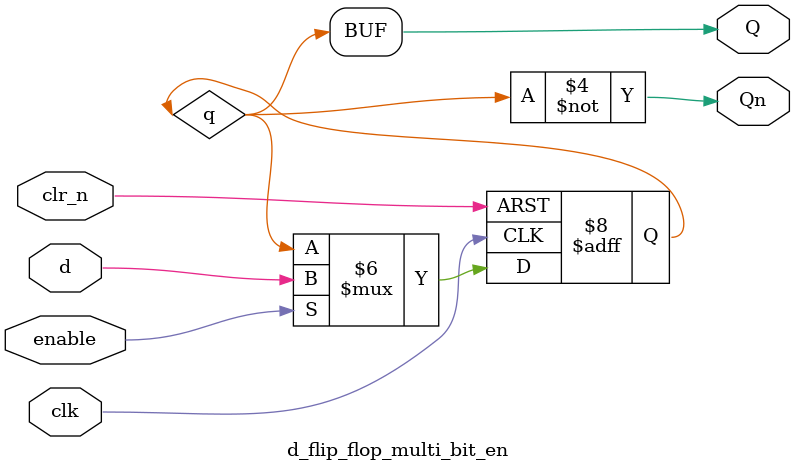
<source format=v>


module d_flip_flop_multi_bit_en #(parameter WIDTH = 1, parameter RESETVAL = 1'b0)
(
	d, clk, clr_n,	enable,			// System inputs: data, clock and the reset signal
	Q, Qn
);

// Define the input and outputs with their data width
input [WIDTH-1:0] d;
input clk, clr_n, enable;
output [WIDTH-1:0] Q;
output [WIDTH-1:0] Qn;

reg [WIDTH-1:0] q;


always @(posedge(clk), negedge(clr_n))
	if(!clr_n)						// clr_n is active low and hence the system is reset when it is low
		begin
			q <= RESETVAL;
		end
	else
		begin 
			if(enable == 1'b0)
				q <= q;					// Q is in a hold state if the write enable is low
			else		
				q <= d;					// Q is assigned the value of D on the rising clock edge
		end
		
		
assign Q = q;
assign Qn = ~q;


endmodule

</source>
